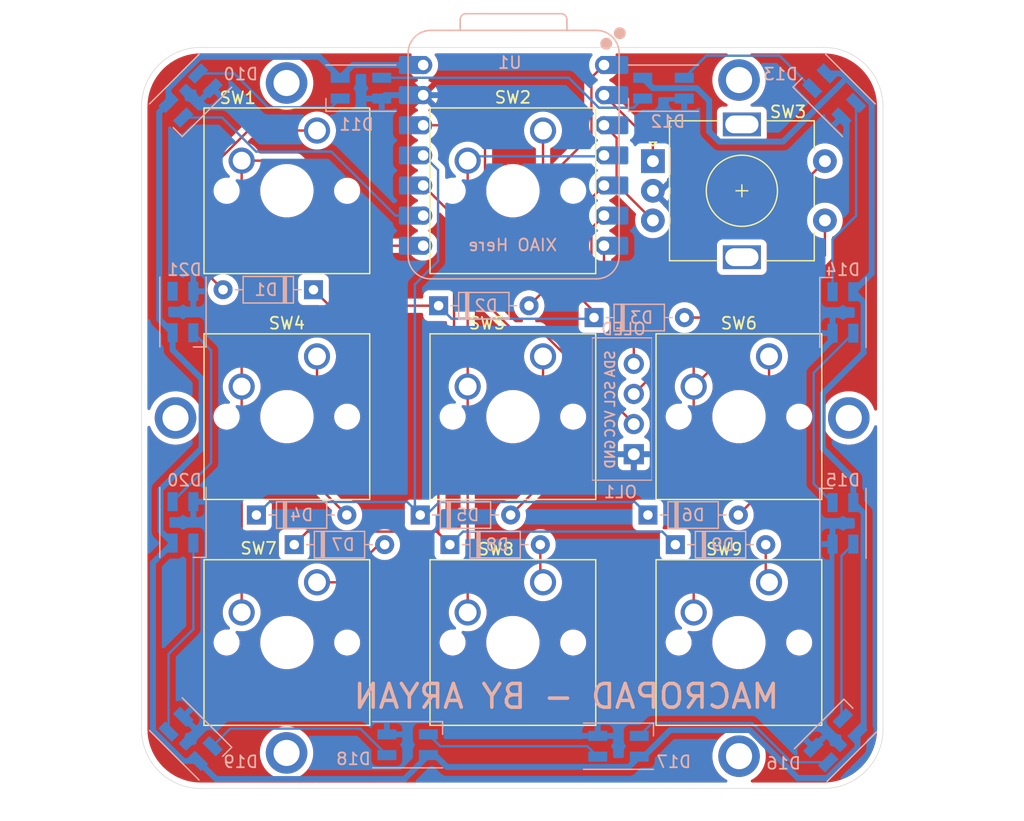
<source format=kicad_pcb>
(kicad_pcb (version 20241229) (generator "pcbnew") (generator_version "9.0")
  (layers (0 "F.Cu" signal) (2 "B.Cu" signal) (13 "F.Paste" user) (15 "B.Paste" user) (5 "F.SilkS" user "F.Silkscreen") (7 "B.SilkS" user "B.Silkscreen") (1 "F.Mask" user) (3 "B.Mask" user) (25 "Edge.Cuts" user))
  (net 0 "")
  (net 1 "ROW0")
  (net 2 "Net-(D1-A)")
  (net 3 "Net-(D2-A)")
  (net 4 "ROW1")
  (net 5 "Net-(D4-A)")
  (net 6 "Net-(D5-A)")
  (net 7 "Net-(D6-A)")
  (net 8 "ROW2")
  (net 9 "Net-(D7-A)")
  (net 10 "Net-(D8-A)")
  (net 11 "+5V")
  (net 12 "LED")
  (net 13 "GND")
  (net 14 "Net-(D10-DOUT)")
  (net 15 "Net-(D11-DOUT)")
  (net 16 "Net-(D12-DOUT)")
  (net 17 "Net-(D13-DOUT)")
  (net 18 "Net-(D14-DOUT)")
  (net 19 "Net-(D16-DOUT)")
  (net 20 "OL_SCL")
  (net 21 "OL_SDA")
  (net 22 "COL0")
  (net 23 "COL1")
  (net 24 "COL2")
  (net 25 "EN_SW1")
  (net 26 "+3V3")
  (net 27 "EN_A")
  (net 28 "EN_B")
  (net 29 "Net-(D9-A)")
  (net 30 "Net-(D18-DOUT)")
  (net 31 "Net-(D19-DOUT)")
  (net 32 "Net-(D20-DOUT)")
  (net 33 "Net-(D17-DOUT)")
  (net 35 "Net-(D15-DOUT)")
  (footprint "MountingHole:MountingHole_2.2mm_M2_ISO7380_Pad" (layer "F.Cu") (at 166.422 128.791661)
    (property "Reference" "REF**" (hide yes))
    (property "Value" "MountingHole_2.2mm_M2_ISO7380_Pad")
    (pad "1" thru_hole circle (at 0 0) (size 3.5 3.5) (drill 2.2) (layers "*.Cu" "*.Mask"))
  )
  (footprint "Library:SW_Cherry_MX_1.00u_PCB" (layer "F.Cu") (at 130.85 95.0765)
    (property "Reference" "SW4" (at -2.54 -2.794 0) (layer "F.SilkS"))
    (property "Value" "SW_Push")
    (pad "" np_thru_hole circle (at -7.62 5.08) (size 1.7 1.7) (drill 1.7) (layers "*.Cu" "*.Mask"))
    (pad "" np_thru_hole circle (at -2.54 5.08) (size 4 4) (drill 4) (layers "*.Cu" "*.Mask"))
    (pad "" np_thru_hole circle (at 2.54 5.08) (size 1.7 1.7) (drill 1.7) (layers "*.Cu" "*.Mask"))
    (pad "1" thru_hole circle (at 0 0) (size 2.2 2.2) (drill 1.5) (layers "*.Cu" "*.Mask") (net 5 "Net-(D4-A)"))
    (pad "2" thru_hole circle (at -6.35 2.54) (size 2.2 2.2) (drill 1.5) (layers "*.Cu" "*.Mask") (net 22 "COL0"))
  )
  (footprint "Rotary_Encoder:RotaryEncoder_Alps_EC11E-Switch_Vertical_H20mm" (layer "F.Cu") (at 159.16 78.6065)
    (property "Reference" "SW3" (at 11.392 -4.155 0) (layer "F.SilkS"))
    (property "Value" "RotaryEncoder_Switch")
    (pad "A" thru_hole rect (at 0 0) (size 2 2) (drill 1) (layers "*.Cu" "*.Mask") (net 27 "EN_A"))
    (pad "B" thru_hole circle (at 0 5) (size 2 2) (drill 1) (layers "*.Cu" "*.Mask") (net 28 "EN_B"))
    (pad "C" thru_hole circle (at 0 2.5) (size 2 2) (drill 1) (layers "*.Cu" "*.Mask") (net 13 "GND"))
    (pad "MP" thru_hole rect (at 7.5 -3.1) (size 3.2 2) (drill oval 2.8 1.5) (layers "*.Cu" "*.Mask"))
    (pad "MP" thru_hole rect (at 7.5 8.1) (size 3.2 2) (drill oval 2.8 1.5) (layers "*.Cu" "*.Mask"))
    (pad "S1" thru_hole circle (at 14.5 5) (size 2 2) (drill 1) (layers "*.Cu" "*.Mask") (net 24 "COL2"))
    (pad "S2" thru_hole circle (at 14.5 0) (size 2 2) (drill 1) (layers "*.Cu" "*.Mask") (net 25 "EN_SW1"))
  )
  (footprint "Library:SW_Cherry_MX_1.00u_PCB" (layer "F.Cu") (at 130.85 76.0265)
    (property "Reference" "SW1" (at -6.678 -2.759839 0) (layer "F.SilkS"))
    (property "Value" "SW_Push")
    (pad "" np_thru_hole circle (at -7.62 5.08) (size 1.7 1.7) (drill 1.7) (layers "*.Cu" "*.Mask"))
    (pad "" np_thru_hole circle (at -2.54 5.08) (size 4 4) (drill 4) (layers "*.Cu" "*.Mask"))
    (pad "" np_thru_hole circle (at 2.54 5.08) (size 1.7 1.7) (drill 1.7) (layers "*.Cu" "*.Mask"))
    (pad "1" thru_hole circle (at 0 0) (size 2.2 2.2) (drill 1.5) (layers "*.Cu" "*.Mask") (net 2 "Net-(D1-A)"))
    (pad "2" thru_hole circle (at -6.35 2.54) (size 2.2 2.2) (drill 1.5) (layers "*.Cu" "*.Mask") (net 22 "COL0"))
  )
  (footprint "Library:SW_Cherry_MX_1.00u_PCB" (layer "F.Cu") (at 168.95 114.1265)
    (property "Reference" "SW9" (at -3.778 -2.794 0) (layer "F.SilkS"))
    (property "Value" "SW_Push")
    (pad "" np_thru_hole circle (at -7.62 5.08) (size 1.7 1.7) (drill 1.7) (layers "*.Cu" "*.Mask"))
    (pad "" np_thru_hole circle (at -2.54 5.08) (size 4 4) (drill 4) (layers "*.Cu" "*.Mask"))
    (pad "" np_thru_hole circle (at 2.54 5.08) (size 1.7 1.7) (drill 1.7) (layers "*.Cu" "*.Mask"))
    (pad "1" thru_hole circle (at 0 0) (size 2.2 2.2) (drill 1.5) (layers "*.Cu" "*.Mask") (net 29 "Net-(D9-A)"))
    (pad "2" thru_hole circle (at -6.35 2.54) (size 2.2 2.2) (drill 1.5) (layers "*.Cu" "*.Mask") (net 24 "COL2"))
  )
  (footprint "MountingHole:MountingHole_2.2mm_M2_ISO7380_Pad" (layer "F.Cu") (at 118.922 100.266661)
    (property "Reference" "REF**" (hide yes))
    (property "Value" "MountingHole_2.2mm_M2_ISO7380_Pad")
    (pad "1" thru_hole circle (at 0 0) (size 3.5 3.5) (drill 2.2) (layers "*.Cu" "*.Mask"))
  )
  (footprint "Library:SW_Cherry_MX_1.00u_PCB" (layer "F.Cu") (at 130.85 114.1265)
    (property "Reference" "SW7" (at -4.928 -2.859839 0) (layer "F.SilkS"))
    (property "Value" "SW_Push")
    (pad "" np_thru_hole circle (at -7.62 5.08) (size 1.7 1.7) (drill 1.7) (layers "*.Cu" "*.Mask"))
    (pad "" np_thru_hole circle (at -2.54 5.08) (size 4 4) (drill 4) (layers "*.Cu" "*.Mask"))
    (pad "" np_thru_hole circle (at 2.54 5.08) (size 1.7 1.7) (drill 1.7) (layers "*.Cu" "*.Mask"))
    (pad "1" thru_hole circle (at 0 0) (size 2.2 2.2) (drill 1.5) (layers "*.Cu" "*.Mask") (net 9 "Net-(D7-A)"))
    (pad "2" thru_hole circle (at -6.35 2.54) (size 2.2 2.2) (drill 1.5) (layers "*.Cu" "*.Mask") (net 22 "COL0"))
  )
  (footprint "MountingHole:MountingHole_2.2mm_M2_ISO7380_Pad" (layer "F.Cu") (at 175.672 100.266661)
    (property "Reference" "REF**" (hide yes))
    (property "Value" "MountingHole_2.2mm_M2_ISO7380_Pad")
    (pad "1" thru_hole circle (at 0 0) (size 3.5 3.5) (drill 2.2) (layers "*.Cu" "*.Mask"))
  )
  (footprint "Library:SW_Cherry_MX_1.00u_PCB" (layer "F.Cu") (at 149.9 76.0265)
    (property "Reference" "SW2" (at -2.54 -2.794 0) (layer "F.SilkS"))
    (property "Value" "SW_Push")
    (pad "" np_thru_hole circle (at -7.62 5.08) (size 1.7 1.7) (drill 1.7) (layers "*.Cu" "*.Mask"))
    (pad "" np_thru_hole circle (at -2.54 5.08) (size 4 4) (drill 4) (layers "*.Cu" "*.Mask"))
    (pad "" np_thru_hole circle (at 2.54 5.08) (size 1.7 1.7) (drill 1.7) (layers "*.Cu" "*.Mask"))
    (pad "1" thru_hole circle (at 0 0) (size 2.2 2.2) (drill 1.5) (layers "*.Cu" "*.Mask") (net 3 "Net-(D2-A)"))
    (pad "2" thru_hole circle (at -6.35 2.54) (size 2.2 2.2) (drill 1.5) (layers "*.Cu" "*.Mask") (net 23 "COL1"))
  )
  (footprint "MountingHole:MountingHole_2.2mm_M2_ISO7380_Pad" (layer "F.Cu") (at 128.285 72.016661)
    (property "Reference" "REF**" (hide yes))
    (property "Value" "MountingHole_2.2mm_M2_ISO7380_Pad")
    (pad "1" thru_hole circle (at 0 0) (size 3.5 3.5) (drill 2.2) (layers "*.Cu" "*.Mask"))
  )
  (footprint "Library:SW_Cherry_MX_1.00u_PCB" (layer "F.Cu") (at 149.9 95.0765)
    (property "Reference" "SW5" (at -4.728 -2.794 0) (layer "F.SilkS"))
    (property "Value" "SW_Push")
    (pad "" np_thru_hole circle (at -7.62 5.08) (size 1.7 1.7) (drill 1.7) (layers "*.Cu" "*.Mask"))
    (pad "" np_thru_hole circle (at -2.54 5.08) (size 4 4) (drill 4) (layers "*.Cu" "*.Mask"))
    (pad "" np_thru_hole circle (at 2.54 5.08) (size 1.7 1.7) (drill 1.7) (layers "*.Cu" "*.Mask"))
    (pad "1" thru_hole circle (at 0 0) (size 2.2 2.2) (drill 1.5) (layers "*.Cu" "*.Mask") (net 6 "Net-(D5-A)"))
    (pad "2" thru_hole circle (at -6.35 2.54) (size 2.2 2.2) (drill 1.5) (layers "*.Cu" "*.Mask") (net 23 "COL1"))
  )
  (footprint "Library:SW_Cherry_MX_1.00u_PCB" (layer "F.Cu") (at 149.9 114.1265)
    (property "Reference" "SW8" (at -3.978 -2.794 0) (layer "F.SilkS"))
    (property "Value" "SW_Push")
    (pad "" np_thru_hole circle (at -7.62 5.08) (size 1.7 1.7) (drill 1.7) (layers "*.Cu" "*.Mask"))
    (pad "" np_thru_hole circle (at -2.54 5.08) (size 4 4) (drill 4) (layers "*.Cu" "*.Mask"))
    (pad "" np_thru_hole circle (at 2.54 5.08) (size 1.7 1.7) (drill 1.7) (layers "*.Cu" "*.Mask"))
    (pad "1" thru_hole circle (at 0 0) (size 2.2 2.2) (drill 1.5) (layers "*.Cu" "*.Mask") (net 10 "Net-(D8-A)"))
    (pad "2" thru_hole circle (at -6.35 2.54) (size 2.2 2.2) (drill 1.5) (layers "*.Cu" "*.Mask") (net 23 "COL1"))
  )
  (footprint "Library:SW_Cherry_MX_1.00u_PCB" (layer "F.Cu") (at 168.95 95.0765)
    (property "Reference" "SW6" (at -2.54 -2.794 0) (layer "F.SilkS"))
    (property "Value" "SW_Push")
    (pad "" np_thru_hole circle (at -7.62 5.08) (size 1.7 1.7) (drill 1.7) (layers "*.Cu" "*.Mask"))
    (pad "" np_thru_hole circle (at -2.54 5.08) (size 4 4) (drill 4) (layers "*.Cu" "*.Mask"))
    (pad "" np_thru_hole circle (at 2.54 5.08) (size 1.7 1.7) (drill 1.7) (layers "*.Cu" "*.Mask"))
    (pad "1" thru_hole circle (at 0 0) (size 2.2 2.2) (drill 1.5) (layers "*.Cu" "*.Mask") (net 7 "Net-(D6-A)"))
    (pad "2" thru_hole circle (at -6.35 2.54) (size 2.2 2.2) (drill 1.5) (layers "*.Cu" "*.Mask") (net 24 "COL2"))
  )
  (footprint "MountingHole:MountingHole_2.2mm_M2_ISO7380_Pad" (layer "F.Cu") (at 166.422 71.766661)
    (property "Reference" "REF**" (hide yes))
    (property "Value" "MountingHole_2.2mm_M2_ISO7380_Pad")
    (pad "1" thru_hole circle (at 0 0) (size 3.5 3.5) (drill 2.2) (layers "*.Cu" "*.Mask"))
  )
  (footprint "MountingHole:MountingHole_2.2mm_M2_ISO7380_Pad" (layer "F.Cu") (at 128.285 128.516661)
    (property "Reference" "REF**" (hide yes))
    (property "Value" "MountingHole_2.2mm_M2_ISO7380_Pad")
    (pad "1" thru_hole circle (at 0 0) (size 3.5 3.5) (drill 2.2) (layers "*.Cu" "*.Mask"))
  )
  (footprint "Diode_THT:D_DO-35_SOD27_P7.62mm_Horizontal" (layer "B.Cu") (at 128.932 110.9515)
    (property "Reference" "D7" (at 4.12 0 0) (layer "B.SilkS") (effects (justify mirror)))
    (property "Value" "1N4148")
    (pad "1" thru_hole rect (at 0 0) (size 1.6 1.6) (drill 0.8) (layers "*.Cu" "*.Mask") (net 8 "ROW2"))
    (pad "2" thru_hole oval (at 7.62 0) (size 1.6 1.6) (drill 0.8) (layers "*.Cu" "*.Mask") (net 9 "Net-(D7-A)"))
  )
  (footprint "Library:LED_SK6812MINI_PLCC4_3.5x3.5mm_P1.75mm" (layer "B.Cu") (at 119.552 109.073653 -90)
    (property "Reference" "D20" (at -3.556992 -0.12 180) (layer "B.SilkS") (effects (justify mirror)))
    (property "Value" "SK6812MINI")
    (pad "1" smd rect (at -1.75 0.875 270) (size 1.6 0.85) (layers "B.Cu" "B.Mask" "B.Paste") (net 32 "Net-(D20-DOUT)"))
    (pad "2" smd rect (at -1.75 -0.875 270) (size 1.6 0.85) (layers "B.Cu" "B.Mask" "B.Paste") (net 13 "GND"))
    (pad "3" smd rect (at 1.75 -0.875 270) (size 1.6 0.85) (layers "B.Cu" "B.Mask" "B.Paste") (net 31 "Net-(D19-DOUT)"))
    (pad "4" smd rect (at 1.75 0.875 270) (size 1.6 0.85) (layers "B.Cu" "B.Mask" "B.Paste") (net 11 "+5V"))
  )
  (footprint "Diode_THT:D_DO-35_SOD27_P7.62mm_Horizontal" (layer "B.Cu") (at 142.052 110.9515)
    (property "Reference" "D8" (at 4 0 0) (layer "B.SilkS") (effects (justify mirror)))
    (property "Value" "1N4148")
    (pad "1" thru_hole rect (at 0 0) (size 1.6 1.6) (drill 0.8) (layers "*.Cu" "*.Mask") (net 8 "ROW2"))
    (pad "2" thru_hole oval (at 7.62 0) (size 1.6 1.6) (drill 0.8) (layers "*.Cu" "*.Mask") (net 10 "Net-(D8-A)"))
  )
  (footprint "Diode_THT:D_DO-35_SOD27_P7.62mm_Horizontal" (layer "B.Cu") (at 141.1 90.8)
    (property "Reference" "D2" (at 4 0 0) (layer "B.SilkS") (effects (justify mirror)))
    (property "Value" "1N4148")
    (pad "1" thru_hole rect (at 0 0) (size 1.6 1.6) (drill 0.8) (layers "*.Cu" "*.Mask") (net 1 "ROW0"))
    (pad "2" thru_hole oval (at 7.62 0) (size 1.6 1.6) (drill 0.8) (layers "*.Cu" "*.Mask") (net 3 "Net-(D2-A)"))
  )
  (footprint "Library:LED_SK6812MINI_PLCC4_3.5x3.5mm_P1.75mm" (layer "B.Cu") (at 120.195845 73.070218 -135)
    (property "Reference" "D10" (at -4.26365 -1.713035 180) (layer "B.SilkS") (effects (justify mirror)))
    (property "Value" "SK6812MINI")
    (pad "1" smd rect (at -1.749999 0.875 225) (size 1.6 0.85) (layers "B.Cu" "B.Mask" "B.Paste") (net 14 "Net-(D10-DOUT)"))
    (pad "2" smd rect (at -1.749999 -0.875 225) (size 1.6 0.85) (layers "B.Cu" "B.Mask" "B.Paste") (net 13 "GND"))
    (pad "3" smd rect (at 1.749999 -0.875 225) (size 1.6 0.85) (layers "B.Cu" "B.Mask" "B.Paste") (net 12 "LED"))
    (pad "4" smd rect (at 1.749999 0.875 225) (size 1.6 0.85) (layers "B.Cu" "B.Mask" "B.Paste") (net 11 "+5V"))
  )
  (footprint "Diode_THT:D_DO-35_SOD27_P7.62mm_Horizontal" (layer "B.Cu") (at 158.742 108.4515)
    (property "Reference" "D6" (at 3.81 0 0) (layer "B.SilkS") (effects (justify mirror)))
    (property "Value" "1N4148")
    (pad "1" thru_hole rect (at 0 0) (size 1.6 1.6) (drill 0.8) (layers "*.Cu" "*.Mask") (net 4 "ROW1"))
    (pad "2" thru_hole oval (at 7.62 0) (size 1.6 1.6) (drill 0.8) (layers "*.Cu" "*.Mask") (net 7 "Net-(D6-A)"))
  )
  (footprint "Library:LED_SK6812MINI_PLCC4_3.5x3.5mm_P1.75mm" (layer "B.Cu") (at 175.177 109.152797 90)
    (property "Reference" "D15" (at 3.636136 -0.005 0) (layer "B.SilkS") (effects (justify mirror)))
    (property "Value" "SK6812MINI")
    (pad "1" smd rect (at -1.75 0.875 90) (size 1.6 0.85) (layers "B.Cu" "B.Mask" "B.Paste") (net 35 "Net-(D15-DOUT)"))
    (pad "2" smd rect (at -1.75 -0.875 90) (size 1.6 0.85) (layers "B.Cu" "B.Mask" "B.Paste") (net 13 "GND"))
    (pad "3" smd rect (at 1.75 -0.875 90) (size 1.6 0.85) (layers "B.Cu" "B.Mask" "B.Paste") (net 18 "Net-(D14-DOUT)"))
    (pad "4" smd rect (at 1.75 0.875 90) (size 1.6 0.85) (layers "B.Cu" "B.Mask" "B.Paste") (net 11 "+5V"))
  )
  (footprint "Diode_THT:D_DO-35_SOD27_P7.62mm_Horizontal" (layer "B.Cu") (at 139.552 108.4515)
    (property "Reference" "D5" (at 4 0 0) (layer "B.SilkS") (effects (justify mirror)))
    (property "Value" "1N4148")
    (pad "1" thru_hole rect (at 0 0) (size 1.6 1.6) (drill 0.8) (layers "*.Cu" "*.Mask") (net 4 "ROW1"))
    (pad "2" thru_hole oval (at 7.62 0) (size 1.6 1.6) (drill 0.8) (layers "*.Cu" "*.Mask") (net 6 "Net-(D5-A)"))
  )
  (footprint "Library:LED_SK6812MINI_PLCC4_3.5x3.5mm_P1.75mm" (layer "B.Cu") (at 138.486171 127.8265)
    (property "Reference" "D18" (at -4.564171 1.190161 0) (layer "B.SilkS") (effects (justify mirror)))
    (property "Value" "SK6812MINI")
    (pad "1" smd rect (at -1.75 0.875) (size 1.6 0.85) (layers "B.Cu" "B.Mask" "B.Paste") (net 30 "Net-(D18-DOUT)"))
    (pad "2" smd rect (at -1.75 -0.875) (size 1.6 0.85) (layers "B.Cu" "B.Mask" "B.Paste") (net 13 "GND"))
    (pad "3" smd rect (at 1.75 -0.875) (size 1.6 0.85) (layers "B.Cu" "B.Mask" "B.Paste") (net 33 "Net-(D17-DOUT)"))
    (pad "4" smd rect (at 1.75 0.875) (size 1.6 0.85) (layers "B.Cu" "B.Mask" "B.Paste") (net 11 "+5V"))
  )
  (footprint "Seeed Studio XIAO Series Library:XIAO-RP2040-DIP" (layer "B.Cu") (at 147.42 78.12 180)
    (property "Reference" "U1" (at 0.32 7.82 0) (layer "B.SilkS") (effects (justify mirror)))
    (property "Value" "XIAO-RP2040-DIP")
    (pad "1" smd roundrect (at -8.455 7.62) (size 2.432 1.524) (layers "B.Cu" "B.Mask") (roundrect_rratio 0.1) (net 1 "ROW0"))
    (pad "1" thru_hole circle (at -7.62 7.62) (size 1.524 1.524) (drill 0.889) (layers "*.Cu" "*.Mask") (net 1 "ROW0"))
    (pad "2" smd roundrect (at -8.455 5.08) (size 2.432 1.524) (layers "B.Cu" "B.Mask") (roundrect_rratio 0.1) (net 27 "EN_A"))
    (pad "2" thru_hole circle (at -7.62 5.08) (size 1.524 1.524) (drill 0.889) (layers "*.Cu" "*.Mask") (net 27 "EN_A"))
    (pad "3" smd roundrect (at -8.455 2.54) (size 2.432 1.524) (layers "B.Cu" "B.Mask") (roundrect_rratio 0.1) (net 28 "EN_B"))
    (pad "3" thru_hole circle (at -7.62 2.54) (size 1.524 1.524) (drill 0.889) (layers "*.Cu" "*.Mask") (net 28 "EN_B"))
    (pad "4" smd roundrect (at -8.455 0) (size 2.432 1.524) (layers "B.Cu" "B.Mask") (roundrect_rratio 0.1) (net 23 "COL1"))
    (pad "4" thru_hole circle (at -7.62 0) (size 1.524 1.524) (drill 0.889) (layers "*.Cu" "*.Mask") (net 23 "COL1"))
    (pad "5" smd roundrect (at -8.455 -2.54) (size 2.432 1.524) (layers "B.Cu" "B.Mask") (roundrect_rratio 0.1) (net 21 "OL_SDA"))
    (pad "5" thru_hole circle (at -7.62 -2.54) (size 1.524 1.524) (drill 0.889) (layers "*.Cu" "*.Mask") (net 21 "OL_SDA"))
    (pad "6" smd roundrect (at -8.455 -5.08) (size 2.432 1.524) (layers "B.Cu" "B.Mask") (roundrect_rratio 0.1) (net 20 "OL_SCL"))
    (pad "6" thru_hole circle (at -7.62 -5.08) (size 1.524 1.524) (drill 0.889) (layers "*.Cu" "*.Mask") (net 20 "OL_SCL"))
    (pad "7" smd roundrect (at -8.455 -7.62) (size 2.432 1.524) (layers "B.Cu" "B.Mask") (roundrect_rratio 0.1) (net 24 "COL2"))
    (pad "7" thru_hole circle (at -7.62 -7.62) (size 1.524 1.524) (drill 0.889) (layers "*.Cu" "*.Mask") (net 24 "COL2"))
    (pad "8" thru_hole circle (at 7.62 -7.62 180) (size 1.524 1.524) (drill 0.889) (layers "*.Cu" "*.Mask") (net 22 "COL0"))
    (pad "8" smd roundrect (at 8.455 -7.62 180) (size 2.432 1.524) (layers "B.Cu" "B.Mask") (roundrect_rratio 0.1) (net 22 "COL0"))
    (pad "9" thru_hole circle (at 7.62 -5.08 180) (size 1.524 1.524) (drill 0.889) (layers "*.Cu" "*.Mask") (net 12 "LED"))
    (pad "9" smd roundrect (at 8.455 -5.08 180) (size 2.432 1.524) (layers "B.Cu" "B.Mask") (roundrect_rratio 0.1) (net 12 "LED"))
    (pad "10" thru_hole circle (at 7.62 -2.54 180) (size 1.524 1.524) (drill 0.889) (layers "*.Cu" "*.Mask") (net 8 "ROW2"))
    (pad "10" smd roundrect (at 8.455 -2.54 180) (size 2.432 1.524) (layers "B.Cu" "B.Mask") (roundrect_rratio 0.1) (net 8 "ROW2"))
    (pad "11" thru_hole circle (at 7.62 0 180) (size 1.524 1.524) (drill 0.889) (layers "*.Cu" "*.Mask") (net 4 "ROW1"))
    (pad "11" smd roundrect (at 8.455 0 180) (size 2.432 1.524) (layers "B.Cu" "B.Mask") (roundrect_rratio 0.1) (net 4 "ROW1"))
    (pad "12" thru_hole circle (at 7.62 2.54 180) (size 1.524 1.524) (drill 0.889) (layers "*.Cu" "*.Mask") (net 26 "+3V3"))
    (pad "12" smd roundrect (at 8.455 2.54 180) (size 2.432 1.524) (layers "B.Cu" "B.Mask") (roundrect_rratio 0.1) (net 26 "+3V3"))
    (pad "13" thru_hole circle (at 7.62 5.08 180) (size 1.524 1.524) (drill 0.889) (layers "*.Cu" "*.Mask") (net 13 "GND"))
    (pad "13" smd roundrect (at 8.455 5.08 180) (size 2.432 1.524) (layers "B.Cu" "B.Mask") (roundrect_rratio 0.1) (net 13 "GND"))
    (pad "14" thru_hole circle (at 7.62 7.62 180) (size 1.524 1.524) (drill 0.889) (layers "*.Cu" "*.Mask") (net 11 "+5V"))
    (pad "14" smd roundrect (at 8.455 7.62 180) (size 2.432 1.524) (layers "B.Cu" "B.Mask") (roundrect_rratio 0.1) (net 11 "+5V"))
  )
  (footprint "KiCad-SSD1306-0.91-OLED-4pin-128x32:SSD1306-0.91-OLED-4pin-128x32" (layer "B.Cu") (at 121.052 105.514)
    (property "Reference" "OL1" (at 35.37 1.002661 0) (layer "B.SilkS") (effects (justify mirror)))
    (property "Value" "OLED")
    (fp_text user "SDA" (at 34.5 -9.81 90) (layer "B.SilkS") (effects (font (size 0.8 0.8)) (justify mirror)))
    (fp_text user "SCL" (at 34.5 -7.27 90) (layer "B.SilkS") (effects (font (size 0.8 0.8)) (justify mirror)))
    (fp_text user "OLED" (at 35.62 -12.747339 0) (layer "B.SilkS") (effects (justify mirror)))
    (fp_text user "GND" (at 34.5 -2.19 90) (layer "B.SilkS") (effects (font (size 0.8 0.8)) (justify mirror)))
    (fp_text user "VCC" (at 34.5 -4.73 90) (layer "B.SilkS") (effects (font (size 0.8 0.8)) (justify mirror)))
    (pad "1" thru_hole rect (at 36.5 -2.19) (size 1.7 1.7) (drill 1) (layers "*.Cu" "*.Mask") (net 13 "GND"))
    (pad "2" thru_hole oval (at 36.5 -4.73) (size 1.7 1.7) (drill 1) (layers "*.Cu" "*.Mask") (net 26 "+3V3"))
    (pad "3" thru_hole oval (at 36.5 -7.27) (size 1.7 1.7) (drill 1) (layers "*.Cu" "*.Mask") (net 20 "OL_SCL"))
    (pad "4" thru_hole oval (at 36.5 -9.81) (size 1.7 1.7) (drill 1) (layers "*.Cu" "*.Mask") (net 21 "OL_SDA"))
  )
  (footprint "Library:LED_SK6812MINI_PLCC4_3.5x3.5mm_P1.75mm" (layer "B.Cu") (at 174.552 127.4515 45)
    (property "Reference" "D16" (at -4.472128 -1.722127 0) (layer "B.SilkS") (effects (justify mirror)))
    (property "Value" "SK6812MINI")
    (pad "1" smd rect (at -1.749999 0.875 45) (size 1.6 0.85) (layers "B.Cu" "B.Mask" "B.Paste") (net 19 "Net-(D16-DOUT)"))
    (pad "2" smd rect (at -1.749999 -0.875 45) (size 1.6 0.85) (layers "B.Cu" "B.Mask" "B.Paste") (net 13 "GND"))
    (pad "3" smd rect (at 1.749999 -0.875 45) (size 1.6 0.85) (layers "B.Cu" "B.Mask" "B.Paste") (net 35 "Net-(D15-DOUT)"))
    (pad "4" smd rect (at 1.749999 0.875 45) (size 1.6 0.85) (layers "B.Cu" "B.Mask" "B.Paste") (net 11 "+5V"))
  )
  (footprint "Diode_THT:D_DO-35_SOD27_P7.62mm_Horizontal" (layer "B.Cu") (at 154.2 91.8)
    (property "Reference" "D3" (at 4 0 0) (layer "B.SilkS") (effects (justify mirror)))
    (property "Value" "1N4148")
    (pad "1" thru_hole rect (at 0 0) (size 1.6 1.6) (drill 0.8) (layers "*.Cu" "*.Mask") (net 1 "ROW0"))
    (pad "2" thru_hole oval (at 7.62 0) (size 1.6 1.6) (drill 0.8) (layers "*.Cu" "*.Mask") (net 25 "EN_SW1"))
  )
  (footprint "Library:LED_SK6812MINI_PLCC4_3.5x3.5mm_P1.75mm" (layer "B.Cu") (at 160.052 72.4515 180)
    (property "Reference" "D12" (at -0.37 -2.815161 180) (layer "B.SilkS") (effects (justify mirror)))
    (property "Value" "SK6812MINI")
    (pad "1" smd rect (at -1.75 0.875 180) (size 1.6 0.85) (layers "B.Cu" "B.Mask" "B.Paste") (net 16 "Net-(D12-DOUT)"))
    (pad "2" smd rect (at -1.75 -0.875 180) (size 1.6 0.85) (layers "B.Cu" "B.Mask" "B.Paste") (net 13 "GND"))
    (pad "3" smd rect (at 1.75 -0.875 180) (size 1.6 0.85) (layers "B.Cu" "B.Mask" "B.Paste") (net 15 "Net-(D11-DOUT)"))
    (pad "4" smd rect (at 1.75 0.875 180) (size 1.6 0.85) (layers "B.Cu" "B.Mask" "B.Paste") (net 11 "+5V"))
  )
  (footprint "Diode_THT:D_DO-35_SOD27_P7.62mm_Horizontal" (layer "B.Cu") (at 161.052 110.9515)
    (property "Reference" "D9" (at 4 0 0) (layer "B.SilkS") (effects (justify mirror)))
    (property "Value" "1N4148")
    (pad "1" thru_hole rect (at 0 0) (size 1.6 1.6) (drill 0.8) (layers "*.Cu" "*.Mask") (net 8 "ROW2"))
    (pad "2" thru_hole oval (at 7.62 0) (size 1.6 1.6) (drill 0.8) (layers "*.Cu" "*.Mask") (net 29 "Net-(D9-A)"))
  )
  (footprint "Library:LED_SK6812MINI_PLCC4_3.5x3.5mm_P1.75mm" (layer "B.Cu") (at 174.433282 73.070218 135)
    (property "Reference" "D13" (at 4.465265 -1.914651 0) (layer "B.SilkS") (effects (justify mirror)))
    (property "Value" "SK6812MINI")
    (pad "1" smd rect (at -1.749999 0.875 135) (size 1.6 0.85) (layers "B.Cu" "B.Mask" "B.Paste") (net 17 "Net-(D13-DOUT)"))
    (pad "2" smd rect (at -1.749999 -0.875 135) (size 1.6 0.85) (layers "B.Cu" "B.Mask" "B.Paste") (net 13 "GND"))
    (pad "3" smd rect (at 1.749999 -0.875 135) (size 1.6 0.85) (layers "B.Cu" "B.Mask" "B.Paste") (net 16 "Net-(D12-DOUT)"))
    (pad "4" smd rect (at 1.749999 0.875 135) (size 1.6 0.85) (layers "B.Cu" "B.Mask" "B.Paste") (net 11 "+5V"))
  )
  (footprint "Library:LED_SK6812MINI_PLCC4_3.5x3.5mm_P1.75mm" (layer "B.Cu") (at 175.177 91.368919 90)
    (property "Reference" "D14" (at 3.602258 -0.005 0) (layer "B.SilkS") (effects (justify mirror)))
    (property "Value" "SK6812MINI")
    (pad "1" smd rect (at -1.75 0.875 90) (size 1.6 0.85) (layers "B.Cu" "B.Mask" "B.Paste") (net 18 "Net-(D14-DOUT)"))
    (pad "2" smd rect (at -1.75 -0.875 90) (size 1.6 0.85) (layers "B.Cu" "B.Mask" "B.Paste") (net 13 "GND"))
    (pad "3" smd rect (at 1.75 -0.875 90) (size 1.6 0.85) (layers "B.Cu" "B.Mask" "B.Paste") (net 17 "Net-(D13-DOUT)"))
    (pad "4" smd rect (at 1.75 0.875 90) (size 1.6 0.85) (layers "B.Cu" "B.Mask" "B.Paste") (net 11 "+5V"))
  )
  (footprint "Diode_THT:D_DO-35_SOD27_P7.62mm_Horizontal" (layer "B.Cu") (at 130.552 89.4515 180)
    (property "Reference" "D1" (at 4 0 180) (layer "B.SilkS") (effects (justify mirror)))
    (property "Value" "1N4148")
    (pad "1" thru_hole rect (at 0 0 180) (size 1.6 1.6) (drill 0.8) (layers "*.Cu" "*.Mask") (net 1 "ROW0"))
    (pad "2" thru_hole oval (at 7.62 0 180) (size 1.6 1.6) (drill 0.8) (layers "*.Cu" "*.Mask") (net 2 "Net-(D1-A)"))
  )
  (footprint "Library:LED_SK6812MINI_PLCC4_3.5x3.5mm_P1.75mm" (layer "B.Cu") (at 119.552 91.329347 -90)
    (property "Reference" "D21" (at -3.562686 -0.12 180) (layer "B.SilkS") (effects (justify mirror)))
    (property "Value" "SK6812MINI")
    (pad "1" smd rect (at -1.75 0.875 270) (size 1.6 0.85) (layers "B.Cu" "B.Mask" "B.Paste"))
    (pad "2" smd rect (at -1.75 -0.875 270) (size 1.6 0.85) (layers "B.Cu" "B.Mask" "B.Paste") (net 13 "GND"))
    (pad "3" smd rect (at 1.75 -0.875 270) (size 1.6 0.85) (layers "B.Cu" "B.Mask" "B.Paste") (net 32 "Net-(D20-DOUT)"))
    (pad "4" smd rect (at 1.75 0.875 270) (size 1.6 0.85) (layers "B.Cu" "B.Mask" "B.Paste") (net 11 "+5V"))
  )
  (footprint "Library:LED_SK6812MINI_PLCC4_3.5x3.5mm_P1.75mm" (layer "B.Cu") (at 120.195845 127.332782 -45)
    (property "Reference" "D19" (at 4.355802 -1.620884 0) (layer "B.SilkS") (effects (justify mirror)))
    (property "Value" "SK6812MINI")
    (pad "1" smd rect (at -1.749999 0.875 315) (size 1.6 0.85) (layers "B.Cu" "B.Mask" "B.Paste") (net 31 "Net-(D19-DOUT)"))
    (pad "2" smd rect (at -1.749999 -0.875 315) (size 1.6 0.85) (layers "B.Cu" "B.Mask" "B.Paste") (net 13 "GND"))
    (pad "3" smd rect (at 1.749999 -0.875 315) (size 1.6 0.85) (layers "B.Cu" "B.Mask" "B.Paste") (net 30 "Net-(D18-DOUT)"))
    (pad "4" smd rect (at 1.749999 0.875 315) (size 1.6 0.85) (layers "B.Cu" "B.Mask" "B.Paste") (net 11 "+5V"))
  )
  (footprint "Library:LED_SK6812MINI_PLCC4_3.5x3.5mm_P1.75mm" (layer "B.Cu") (at 134.552 72.4515 180)
    (property "Reference" "D11" (at 0.38 -3.065161 180) (layer "B.SilkS") (effects (justify mirror)))
    (property "Value" "SK6812MINI")
    (pad "1" smd rect (at -1.75 0.875 180) (size 1.6 0.85) (layers "B.Cu" "B.Mask" "B.Paste") (net 15 "Net-(D11-DOUT)"))
    (pad "2" smd rect (at -1.75 -0.875 180) (size 1.6 0.85) (layers "B.Cu" "B.Mask" "B.Paste") (net 13 "GND"))
    (pad "3" smd rect (at 1.75 -0.875 180) (size 1.6 0.85) (layers "B.Cu" "B.Mask" "B.Paste") (net 14 "Net-(D10-DOUT)"))
    (pad "4" smd rect (at 1.75 0.875 180) (size 1.6 0.85) (layers "B.Cu" "B.Mask" "B.Paste") (net 11 "+5V"))
  )
  (footprint "Library:LED_SK6812MINI_PLCC4_3.5x3.5mm_P1.75mm" (layer "B.Cu") (at 156.261674 127.9515)
    (property "Reference" "D17" (at 4.660326 1.315161 0) (layer "B.SilkS") (effects (justify mirror)))
    (property "Value" "SK6812MINI")
    (pad "1" smd rect (at -1.75 0.875) (size 1.6 0.85) (layers "B.Cu" "B.Mask" "B.Paste") (net 33 "Net-(D17-DOUT)"))
    (pad "2" smd rect (at -1.75 -0.875) (size 1.6 0.85) (layers "B.Cu" "B.Mask" "B.Paste") (net 13 "GND"))
    (pad "3" smd rect (at 1.75 -0.875) (size 1.6 0.85) (layers "B.Cu" "B.Mask" "B.Paste") (net 19 "Net-(D16-DOUT)"))
    (pad "4" smd rect (at 1.75 0.875) (size 1.6 0.85) (layers "B.Cu" "B.Mask" "B.Paste") (net 11 "+5V"))
  )
  (footprint "Diode_THT:D_DO-35_SOD27_P7.62mm_Horizontal" (layer "B.Cu") (at 125.742 108.4515)
    (property "Reference" "D4" (at 3.81 0 0) (layer "B.SilkS") (effects (justify mirror)))
    (property "Value" "1N4148")
    (pad "1" thru_hole rect (at 0 0) (size 1.6 1.6) (drill 0.8) (layers "*.Cu" "*.Mask") (net 4 "ROW1"))
    (pad "2" thru_hole oval (at 7.62 0) (size 1.6 1.6) (drill 0.8) (layers "*.Cu" "*.Mask") (net 5 "Net-(D4-A)"))
  )
  (gr_line (start 173.556472 131.516661) (end 121.056472 131.516661) (stroke (width 0.05)) (layer "Edge.Cuts"))
  (gr_line (start 116.056472 126.516661) (end 116.056472 74.016661) (stroke (width 0.05)) (layer "Edge.Cuts"))
  (gr_line (start 178.556472 74.016661) (end 178.556472 126.516661) (stroke (width 0.05)) (layer "Edge.Cuts"))
  (gr_arc (start 121.056472 131.516661) (mid 117.520956 130.052185) (end 116.056472 126.516661) (stroke (width 0.05)) (layer "Edge.Cuts"))
  (gr_arc (start 173.556472 69.016661) (mid 177.092024 70.481117) (end 178.556472 74.016661) (stroke (width 0.05)) (layer "Edge.Cuts"))
  (gr_line (start 121.056472 69.016661) (end 173.556472 69.016661) (stroke (width 0.05)) (layer "Edge.Cuts"))
  (gr_arc (start 178.556472 126.516661) (mid 177.092004 130.052185) (end 173.556472 131.516661) (stroke (width 0.05)) (layer "Edge.Cuts"))
  (gr_arc (start 116.056472 74.016661) (mid 117.520936 70.481117) (end 121.056472 69.016661) (stroke (width 0.05)) (layer "Edge.Cuts"))
  (gr_text "XIAO Here" (at 151.172 86.266661 0) (layer "B.SilkS") (effects (font (size 1 1)) (justify left bottom mirror)))
  (gr_text "MACROPAD - BY ARYAN" (at 169.972 124.916661 0) (layer "B.SilkS") (effects (font (size 2 2) (thickness 0.3)) (justify left bottom mirror)))
  (segment (start 130.552 89.4515) (end 131.052 89.4515) (width 0.2) (layer "F.Cu") (net 1))
  (segment (start 153.978 71.562) (end 153.978 76.422) (width 0.2) (layer "F.Cu") (net 1))
  (segment (start 151.24 88.34) (end 154.2 91.3) (width 0.2) (layer "F.Cu") (net 1))
  (segment (start 131.9005 90.8) (end 130.552 89.4515) (width 0.2) (layer "F.Cu") (net 1))
  (segment (start 153.978 76.422) (end 151.24 79.16) (width 0.2) (layer "F.Cu") (net 1))
  (segment (start 154.2 91.3) (end 154.2 91.8) (width 0.2) (layer "F.Cu") (net 1))
  (segment (start 155.04 70.5) (end 153.978 71.562) (width 0.2) (layer "F.Cu") (net 1))
  (segment (start 151.24 79.16) (end 151.24 88.34) (width 0.2) (layer "F.Cu") (net 1))
  (segment (start 141.1 90.8) (end 131.9005 90.8) (width 0.2) (layer "F.Cu") (net 1))
  (segment (start 154.1 91.9) (end 154.2 91.8) (width 0.2) (layer "B.Cu") (net 1))
  (segment (start 141.1 90.8) (end 142.2 91.9) (width 0.2) (layer "B.Cu") (net 1))
  (segment (start 142.2 91.9) (end 154.1 91.9) (width 0.2) (layer "B.Cu") (net 1))
  (segment (start 122.932 89.4515) (end 122.03 88.5495) (width 0.2) (layer "F.Cu") (net 2))
  (segment (start 122.03 79.056601) (end 125.060101 76.0265) (width 0.2) (layer "F.Cu") (net 2))
  (segment (start 125.060101 76.0265) (end 130.85 76.0265) (width 0.2) (layer "F.Cu") (net 2))
  (segment (start 122.03 88.5495) (end 122.03 79.056601) (width 0.2) (layer "F.Cu") (net 2))
  (segment (start 149.9 76.0265) (end 149.9 89.62) (width 0.2) (layer "F.Cu") (net 3))
  (segment (start 149.9 89.62) (end 148.72 90.8) (width 0.2) (layer "F.Cu") (net 3))
  (segment (start 140.052 108.4515) (end 141.152 107.3515) (width 0.2) (layer "B.Cu") (net 4))
  (segment (start 126.842 107.3515) (end 138.452 107.3515) (width 0.2) (layer "B.Cu") (net 4))
  (segment (start 139.82 78.12) (end 141.052 79.352) (width 0.2) (layer "B.Cu") (net 4))
  (segment (start 139.1 89) (end 139.1 107.9995) (width 0.2) (layer "B.Cu") (net 4))
  (segment (start 141.052 87.048) (end 139.1 89) (width 0.2) (layer "B.Cu") (net 4))
  (segment (start 141.152 107.3515) (end 157.642 107.3515) (width 0.2) (layer "B.Cu") (net 4))
  (segment (start 139.1 107.9995) (end 139.552 108.4515) (width 0.2) (layer "B.Cu") (net 4))
  (segment (start 139.8 78.12) (end 139.82 78.12) (width 0.2) (layer "B.Cu") (net 4))
  (segment (start 141.052 79.352) (end 141.052 87.048) (width 0.2) (layer "B.Cu") (net 4))
  (segment (start 125.742 108.4515) (end 126.842 107.3515) (width 0.2) (layer "B.Cu") (net 4))
  (segment (start 138.452 107.3515) (end 139.552 108.4515) (width 0.2) (layer "B.Cu") (net 4))
  (segment (start 139.552 108.4515) (end 140.052 108.4515) (width 0.2) (layer "B.Cu") (net 4))
  (segment (start 157.642 107.3515) (end 158.742 108.4515) (width 0.2) (layer "B.Cu") (net 4))
  (segment (start 130.85 105.9395) (end 130.85 95.0765) (width 0.2) (layer "F.Cu") (net 5))
  (segment (start 133.362 108.4515) (end 130.85 105.9395) (width 0.2) (layer "F.Cu") (net 5))
  (segment (start 149.9 95.0765) (end 149.9 105.7235) (width 0.2) (layer "F.Cu") (net 6))
  (segment (start 149.9 105.7235) (end 147.172 108.4515) (width 0.2) (layer "F.Cu") (net 6))
  (segment (start 168.95 105.8635) (end 166.362 108.4515) (width 0.2) (layer "F.Cu") (net 7))
  (segment (start 168.95 95.0765) (end 168.95 105.8635) (width 0.2) (layer "F.Cu") (net 7))
  (segment (start 142.4 95.4) (end 142.4 83.26) (width 0.2) (layer "F.Cu") (net 8))
  (segment (start 130.032 109.8515) (end 140.952 109.8515) (width 0.2) (layer "F.Cu") (net 8))
  (segment (start 142.052 110.9515) (end 141.08 109.9795) (width 0.2) (layer "F.Cu") (net 8))
  (segment (start 141.08 96.72) (end 142.4 95.4) (width 0.2) (layer "F.Cu") (net 8))
  (segment (start 142.4 83.26) (end 139.8 80.66) (width 0.2) (layer "F.Cu") (net 8))
  (segment (start 140.952 109.8515) (end 142.052 110.9515) (width 0.2) (layer "F.Cu") (net 8))
  (segment (start 141.08 109.9795) (end 141.08 96.72) (width 0.2) (layer "F.Cu") (net 8))
  (segment (start 128.932 110.9515) (end 130.032 109.8515) (width 0.2) (layer "F.Cu") (net 8))
  (segment (start 159.952 109.8515) (end 161.052 110.9515) (width 0.2) (layer "B.Cu") (net 8))
  (segment (start 143.152 109.8515) (end 159.952 109.8515) (width 0.2) (layer "B.Cu") (net 8))
  (segment (start 142.052 110.9515) (end 143.152 109.8515) (width 0.2) (layer "B.Cu") (net 8))
  (segment (start 136.052 110.9515) (end 132.877 114.1265) (width 0.2) (layer "F.Cu") (net 9))
  (segment (start 136.552 110.9515) (end 136.052 110.9515) (width 0.2) (layer "F.Cu") (net 9))
  (segment (start 132.877 114.1265) (end 130.85 114.1265) (width 0.2) (layer "F.Cu") (net 9))
  (segment (start 149.672 110.9515) (end 149.672 113.8985) (width 0.2) (layer "F.Cu") (net 10))
  (segment (start 149.672 113.8985) (end 149.9 114.1265) (width 0.2) (layer "F.Cu") (net 10))
  (segment (start 122.342287 130.716661) (end 138.22101 130.716661) (width 0.5) (layer "B.Cu") (net 11))
  (segment (start 118.33969 72.451498) (end 118.33969 73.688936) (width 0.5) (layer "B.Cu") (net 11))
  (segment (start 118.677 94.521661) (end 121.122 96.966661) (width 0.5) (layer "B.Cu") (net 11))
  (segment (start 176.927 90.493919) (end 176.927 94.761661) (width 0.5) (layer "B.Cu") (net 11))
  (segment (start 117.023484 112.477169) (end 117.023484 126.635296) (width 0.5) (layer "B.Cu") (net 11))
  (segment (start 117.552 74.476626) (end 117.552 91.954347) (width 0.5) (layer "B.Cu") (net 11))
  (segment (start 118.677 93.079347) (end 118.677 94.521661) (width 0.5) (layer "B.Cu") (net 11))
  (segment (start 132.802 71.5765) (end 131.042161 69.816661) (width 0.5) (layer "B.Cu") (net 11))
  (segment (start 117.658905 109.805558) (end 118.677 110.823653) (width 0.5) (layer "B.Cu") (net 11))
  (segment (start 176.408155 126.832782) (end 176.408155 128.07022) (width 0.5) (layer "B.Cu") (net 11))
  (segment (start 162.8515 72.4515) (end 159.1515 72.4515) (width 0.5) (layer "B.Cu") (net 11))
  (segment (start 176.052 89.618919) (end 176.927 90.493919) (width 0.5) (layer "B.Cu") (net 11))
  (segment (start 177.605643 73.767704) (end 177.605643 88.065276) (width 0.5) (layer "B.Cu") (net 11))
  (segment (start 158.386674 128.8265) (end 158.011674 128.8265) (width 0.5) (layer "B.Cu") (net 11))
  (segment (start 176.927 108.277797) (end 176.927 126.313937) (width 0.5) (layer "B.Cu") (net 11))
  (segment (start 121.122 96.966661) (end 121.122 102.816661) (width 0.5) (layer "B.Cu") (net 11))
  (segment (start 118.33969 73.688936) (end 117.552 74.476626) (width 0.5) (layer "B.Cu") (net 11))
  (segment (start 139.8 70.5) (end 133.8785 70.5) (width 0.5) (layer "B.Cu") (net 11))
  (segment (start 140.802 128.7015) (end 141.802 129.7015) (width 0.5) (layer "B.Cu") (net 11))
  (segment (start 119.577125 129.188937) (end 120.814563 129.188937) (width 0.5) (layer "B.Cu") (net 11))
  (segment (start 121.122 102.816661) (end 117.658905 106.279756) (width 0.5) (layer "B.Cu") (net 11))
  (segment (start 176.927 94.761661) (end 173.472 98.216661) (width 0.5) (layer "B.Cu") (net 11))
  (segment (start 175.4133 71.575361) (end 175.4133 71.675361) (width 0.5) (layer "B.Cu") (net 11))
  (segment (start 171.36547 130.623861) (end 167.33327 126.591661) (width 0.5) (layer "B.Cu") (net 11))
  (segment (start 173.854514 130.623861) (end 171.36547 130.623861) (width 0.5) (layer "B.Cu") (net 11))
  (segment (start 173.472 102.816661) (end 176.052 105.396661) (width 0.5) (layer "B.Cu") (net 11))
  (segment (start 170.132161 76.9565) (end 164.7565 76.9565) (width 0.5) (layer "B.Cu") (net 11))
  (segment (start 117.658905 106.279756) (end 117.658905 109.805558) (width 0.5) (layer "B.Cu") (net 11))
  (segment (start 173.814564 71.214063) (end 175.052002 71.214063) (width 0.5) (layer "B.Cu") (net 11))
  (segment (start 163.9 76.1) (end 163.9 73.5) (width 0.5) (layer "B.Cu") (net 11))
  (segment (start 167.33327 126.591661) (end 160.621513 126.591661) (width 0.5) (layer "B.Cu") (net 11))
  (segment (start 175.052002 71.214063) (end 177.605643 73.767704) (width 0.5) (layer "B.Cu") (net 11))
  (segment (start 117.552 91.954347) (end 118.677 93.079347) (width 0.5) (layer "B.Cu") (net 11))
  (segment (start 173.472 98.216661) (end 173.472 102.816661) (width 0.5) (layer "B.Cu") (net 11))
  (segment (start 176.927 126.313937) (end 176.408155 126.832782) (width 0.5) (layer "B.Cu") (net 11))
  (segment (start 131.042161 69.816661) (end 120.974527 69.816661) (width 0.5) (layer "B.Cu") (net 11))
  (segment (start 141.802 129.7015) (end 157.136674 129.7015) (width 0.5) (layer "B.Cu") (net 11))
  (segment (start 160.621513 126.591661) (end 158.386674 128.8265) (width 0.5) (layer "B.Cu") (net 11))
  (segment (start 118.677 110.823653) (end 117.023484 112.477169) (width 0.5) (layer "B.Cu") (net 11))
  (segment (start 157.136674 129.7015) (end 158.011674 128.8265) (width 0.5) (layer "B.Cu") (net 11))
  (segment (start 175.4133 71.675361) (end 170.132161 76.9565) (width 0.5) (layer "B.Cu") (net 11))
  (segment (start 159.1515 72.4515) (end 158.302 71.602) (width 0.5) (layer "B.Cu") (net 11))
  (segment (start 138.22101 130.716661) (end 140.236171 128.7015) (width 0.5) (layer "B.Cu") (net 11))
  (segment (start 177.605643 88.065276) (end 176.052 89.618919) (width 0.5) (layer "B.Cu") (net 11))
  (segment (start 176.052 107.402797) (end 176.927 108.277797) (width 0.5) (layer "B.Cu") (net 11))
  (segment (start 140.236171 128.7015) (end 140.802 128.7015) (width 0.5) (layer "B.Cu") (net 11))
  (segment (start 163.9 73.5) (end 162.8515 72.4515) (width 0.5) (layer "B.Cu") (net 11))
  (segment (start 158.302 71.602) (end 158.302 71.5765) (width 0.5) (layer "B.Cu") (net 11))
  (segment (start 164.7565 76.9565) (end 163.9 76.1) (width 0.5) (layer "B.Cu") (net 11))
  (segment (start 133.8785 70.5) (end 132.802 71.5765) (width 0.5) (layer "B.Cu") (net 11))
  (segment (start 120.814563 129.188937) (end 122.342287 130.716661) (width 0.5) (layer "B.Cu") (net 11))
  (segment (start 120.974527 69.816661) (end 118.33969 72.451498) (width 0.5) (layer "B.Cu") (net 11))
  (segment (start 176.408155 128.07022) (end 173.854514 130.623861) (width 0.5) (layer "B.Cu") (net 11))
  (segment (start 176.052 105.396661) (end 176.052 107.402797) (width 0.5) (layer "B.Cu") (net 11))
  (segment (start 117.023484 126.635296) (end 119.577125 129.188937) (width 0.5) (layer "B.Cu") (net 11))
  (segment (start 137.461 83.2) (end 132.061 77.8) (width 0.2) (layer "B.Cu") (net 12))
  (segment (start 122.839772 74.926373) (end 119.577127 74.926373) (width 0.2) (layer "B.Cu") (net 12))
  (segment (start 139.8 83.2) (end 137.461 83.2) (width 0.2) (layer "B.Cu") (net 12))
  (segment (start 125.713399 77.8) (end 122.839772 74.926373) (width 0.2) (layer "B.Cu") (net 12))
  (segment (start 132.061 77.8) (end 125.713399 77.8) (width 0.2) (layer "B.Cu") (net 12))
  (segment (start 139.8 73.04) (end 141.56 73.04) (width 0.5) (layer "B.Cu") (net 13))
  (segment (start 136.5885 73.04) (end 136.302 73.3265) (width 0.5) (layer "B.Cu") (net 13))
  (segment (start 159.16 81.1065) (end 159.832161 81.1065) (width 0.5) (layer "B.Cu") (net 13))
  (segment (start 175.472 75.346373) (end 175.472 76.716661) (width 0.5) (layer "B.Cu") (net 13))
  (segment (start 141.56 73.04) (end 141.6 73) (width 0.5) (layer "B.Cu") (net 13))
  (segment (start 175.472 76.716661) (end 175.372 76.816661) (width 0.5) (layer "B.Cu") (net 13))
  (segment (start 174.302 93.636661) (end 173.422 94.516661) (width 0.5) (layer "B.Cu") (net 13))
  (segment (start 139.8 73.04) (end 136.5885 73.04) (width 0.5) (layer "B.Cu") (net 13))
  (segment (start 175.052 74.926373) (end 175.472 75.346373) (width 0.5) (layer "B.Cu") (net 13))
  (segment (start 159.832161 81.1065) (end 160.922 80.016661) (width 0.5) (layer "B.Cu") (net 13))
  (segment (start 174.302 93.118919) (end 174.302 93.636661) (width 0.5) (layer "B.Cu") (net 13))
  (segment (start 132.061839 74.066661) (end 132.802 73.3265) (width 0.2) (layer "B.Cu") (net 14))
  (segment (start 126.728687 74.066661) (end 132.061839 74.066661) (width 0.2) (layer "B.Cu") (net 14))
  (segment (start 123.876089 71.214063) (end 126.728687 74.066661) (width 0.2) (layer "B.Cu") (net 14))
  (segment (start 120.814563 71.214063) (end 123.876089 71.214063) (width 0.2) (layer "B.Cu") (net 14))
  (segment (start 157.5265 74.102) (end 158.302 73.3265) (width 0.2) (layer "B.Cu") (net 15))
  (segment (start 136.302 71.5765) (end 152.074605 71.5765) (width 0.2) (layer "B.Cu") (net 15))
  (segment (start 152.074605 71.5765) (end 154.600105 74.102) (width 0.2) (layer "B.Cu") (net 15))
  (segment (start 158.242161 73.266661) (end 158.302 73.3265) (width 0.2) (layer "B.Cu") (net 15))
  (segment (start 154.600105 74.102) (end 157.5265 74.102) (width 0.2) (layer "B.Cu") (net 15))
  (segment (start 136.302 71.5765) (end 136.302 71.658214) (width 0.2) (layer "B.Cu") (net 15))
  (segment (start 161.802 71.5765) (end 163.661839 69.716661) (width 0.2) (layer "B.Cu") (net 16))
  (segment (start 169.842288 69.716661) (end 172.577127 72.4515) (width 0.2) (layer "B.Cu") (net 16))
  (segment (start 163.661839 69.716661) (end 169.842288 69.716661) (width 0.2) (layer "B.Cu") (net 16))
  (segment (start 174.302 85.2015) (end 174.302 89.618919) (width 0.2) (layer "B.Cu") (net 17))
  (segment (start 176.289437 73.688936) (end 176.289437 83.214063) (width 0.2) (layer "B.Cu") (net 17))
  (segment (start 176.289437 83.214063) (end 174.302 85.2015) (width 0.2) (layer "B.Cu") (net 17))
  (segment (start 172.711499 105.812296) (end 174.302 107.402797) (width 0.2) (layer "B.Cu") (net 18))
  (segment (start 172.711499 96.45942) (end 172.711499 105.812296) (width 0.2) (layer "B.Cu") (net 18))
  (segment (start 176.052 93.118919) (end 172.711499 96.45942) (width 0.2) (layer "B.Cu") (net 18))
  (segment (start 167.519427 126) (end 159.088174 126) (width 0.2) (layer "B.Cu") (net 19))
  (segment (start 173.925627 129.3) (end 170.819427 129.3) (width 0.2) (layer "B.Cu") (net 19))
  (segment (start 173.933282 129.307655) (end 173.925627 129.3) (width 0.2) (layer "B.Cu") (net 19))
  (segment (start 170.819427 129.3) (end 167.519427 126) (width 0.2) (layer "B.Cu") (net 19))
  (segment (start 159.088174 126) (end 158.011674 127.0765) (width 0.2) (layer "B.Cu") (net 19))
  (segment (start 153.978 84.262) (end 153.978 87.178) (width 0.2) (layer "F.Cu") (net 20))
  (segment (start 159.422 92.622) (end 159.422 96.374) (width 0.2) (layer "F.Cu") (net 20))
  (segment (start 155.04 83.2) (end 153.978 84.262) (width 0.2) (layer "F.Cu") (net 20))
  (segment (start 159.422 96.374) (end 157.552 98.244) (width 0.2) (layer "F.Cu") (net 20))
  (segment (start 153.978 87.178) (end 159.422 92.622) (width 0.2) (layer "F.Cu") (net 20))
  (segment (start 155.04 80.66) (end 153.578 82.122) (width 0.2) (layer "F.Cu") (net 21))
  (segment (start 153.578 82.122) (end 153.578 87.578) (width 0.2) (layer "F.Cu") (net 21))
  (segment (start 153.578 87.578) (end 157.552 91.552) (width 0.2) (layer "F.Cu") (net 21))
  (segment (start 157.552 91.552) (end 157.552 95.704) (width 0.2) (layer "F.Cu") (net 21))
  (segment (start 124.5 78.5665) (end 129.152944 78.5665) (width 0.2) (layer "F.Cu") (net 22))
  (segment (start 129.152944 78.5665) (end 136.326444 85.74) (width 0.2) (layer "F.Cu") (net 22))
  (segment (start 124.5 78.5665) (end 124.5 97.6165) (width 0.2) (layer "F.Cu") (net 22))
  (segment (start 124.5 97.6165) (end 124.5 116.6665) (width 0.2) (layer "F.Cu") (net 22))
  (segment (start 136.326444 85.74) (end 139.8 85.74) (width 0.2) (layer "F.Cu") (net 22))
  (segment (start 143.9965 78.12) (end 143.55 78.5665) (width 0.2) (layer "F.Cu") (net 23))
  (segment (start 143.55 78.5665) (end 143.55 97.6165) (width 0.2) (layer "F.Cu") (net 23))
  (segment (start 143.55 97.6165) (end 143.55 116.6665) (width 0.2) (layer "F.Cu") (net 23))
  (segment (start 155.04 78.12) (end 154.96 78.2) (width 0.2) (layer "B.Cu") (net 23))
  (segment (start 143.9165 78.2) (end 143.55 78.5665) (width 0.2) (layer "B.Cu") (net 23))
  (segment (start 154.96 78.2) (end 143.9165 78.2) (width 0.2) (layer "B.Cu") (net 23))
  (segment (start 173.66 83.6065) (end 173.66 86.5565) (width 0.2) (layer "F.Cu") (net 24))
  (segment (start 173.66 86.5565) (end 162.6 97.6165) (width 0.2) (layer "F.Cu") (net 24))
  (segment (start 162.6 94.9) (end 162.6 97.6165) (width 0.2) (layer "F.Cu") (net 24))
  (segment (start 162.6 97.6165) (end 162.6 116.6665) (width 0.2) (layer "F.Cu") (net 24))
  (segment (start 155.04 87.34) (end 162.6 94.9) (width 0.2) (layer "F.Cu") (net 24))
  (segment (start 155.04 85.74) (end 155.04 87.34) (width 0.2) (layer "F.Cu") (net 24))
  (segment (start 173.66 78.6065) (end 171.5 80.7665) (width 0.2) (layer "F.Cu") (net 25))
  (segment (start 171.5 80.7665) (end 171.5 87.2) (width 0.2) (layer "F.Cu") (net 25))
  (segment (start 171.5 87.2) (end 166.9 91.8) (width 0.2) (layer "F.Cu") (net 25))
  (segment (start 166.9 91.8) (end 161.82 91.8) (width 0.2) (layer "F.Cu") (net 25))
  (segment (start 157.552 100.748601) (end 157.552 100.784) (width 0.2) (layer "F.Cu") (net 26))
  (segment (start 147.3 92.8) (end 149.603399 92.8) (width 0.2) (layer "F.Cu") (net 26))
  (segment (start 145.01 90.51) (end 147.3 92.8) (width 0.2) (layer "F.Cu") (net 26))
  (segment (start 149.603399 92.8) (end 157.552 100.748601) (width 0.2) (layer "F.Cu") (net 26))
  (segment (start 139.8 75.58) (end 143.58 75.58) (width 0.2) (layer "F.Cu") (net 26))
  (segment (start 143.58 75.58) (end 145.01 77.01) (width 0.2) (layer "F.Cu") (net 26))
  (segment (start 145.01 77.01) (end 145.01 90.51) (width 0.2) (layer "F.Cu") (net 26))
  (segment (start 159.1025 78.6065) (end 159.16 78.6065) (width 0.2) (layer "F.Cu") (net 27))
  (segment (start 159.16 78.6065) (end 159.16 77.16) (width 0.2) (layer "F.Cu") (net 27))
  (segment (start 159.16 77.16) (end 155.04 73.04) (width 0.2) (layer "F.Cu") (net 27))
  (segment (start 156.102 80.5485) (end 156.102 76.642) (width 0.2) (layer "F.Cu") (net 28))
  (segment (start 156.102 76.642) (end 155.04 75.58) (width 0.2) (layer "F.Cu") (net 28))
  (segment (start 159.16 83.6065) (end 156.102 80.5485) (width 0.2) (layer "F.Cu") (net 28))
  (segment (start 168.672 110.9515) (end 168.672 113.8485) (width 0.2) (layer "F.Cu") (net 29))
  (segment (start 168.672 113.8485) (end 168.95 114.1265) (width 0.2) (layer "F.Cu") (net 29))
  (segment (start 123.536839 126.466661) (end 122.052 127.9515) (width 0.2) (layer "B.Cu") (net 30))
  (segment (start 136.736171 128.7015) (end 134.501332 126.466661) (width 0.2) (layer "B.Cu") (net 30))
  (segment (start 134.501332 126.466661) (end 123.536839 126.466661) (width 0.2) (layer "B.Cu") (net 30))
  (segment (start 120.427 118.0765) (end 120.427 110.823653) (width 0.2) (layer "B.Cu") (net 31))
  (segment (start 118.33969 126.714064) (end 118.33969 120.16381) (width 0.2) (layer "B.Cu") (net 31))
  (segment (start 118.33969 120.16381) (end 120.427 118.0765) (width 0.2) (layer "B.Cu") (net 31))
  (segment (start 121.922 104.078653) (end 121.922 94.574347) (width 0.2) (layer "B.Cu") (net 32))
  (segment (start 121.922 94.574347) (end 120.427 93.079347) (width 0.2) (layer "B.Cu") (net 32))
  (segment (start 118.677 107.323653) (end 121.922 104.078653) (width 0.2) (layer "B.Cu") (net 32))
  (segment (start 141.236171 127.9515) (end 153.636674 127.9515) (width 0.2) (layer "B.Cu") (net 33))
  (segment (start 140.236171 126.9515) (end 141.236171 127.9515) (width 0.2) (layer "B.Cu") (net 33))
  (segment (start 153.636674 127.9515) (end 154.511674 128.8265) (width 0.2) (layer "B.Cu") (net 33))
  (segment (start 175.052 125.476627) (end 175.170718 125.595345) (width 0.2) (layer "B.Cu") (net 35))
  (segment (start 175.052 111.902797) (end 175.052 125.476627) (width 0.2) (layer "B.Cu") (net 35))
  (segment (start 176.052 110.902797) (end 175.052 111.902797) (width 0.2) (layer "B.Cu") (net 35))
  (zone (net 13) (net_name "GND") (layers "F.Cu" "B.Cu") (connect_pads (clearance 0.5)) (min_thickness 0.25) (fill yes (thermal_gap 0.5) (thermal_bridge_width 0.5) (island_removal_mode 2) (island_area_min 10))
    (polygon (pts (xy 111.672 65.016661) (xy 183.172 65.016661) (xy 183.172 134.266661) (xy 111.672 134.266661)))
  )
  (zone (net 0) (net_name "") (layer "B.Cu") (connect_pads (clearance 0)) (min_thickness 0.25)
    (keepout (tracks allowed) (vias allowed) (pads allowed) (copperpour not_allowed) (footprints allowed))
    (fill (thermal_gap 0.5) (thermal_bridge_width 0.5))
    (polygon (pts (xy 156.672 81.016661) (xy 158.922 81.016661) (xy 158.922 84.016661) (xy 156.672 84.016661)))
  )
)
</source>
